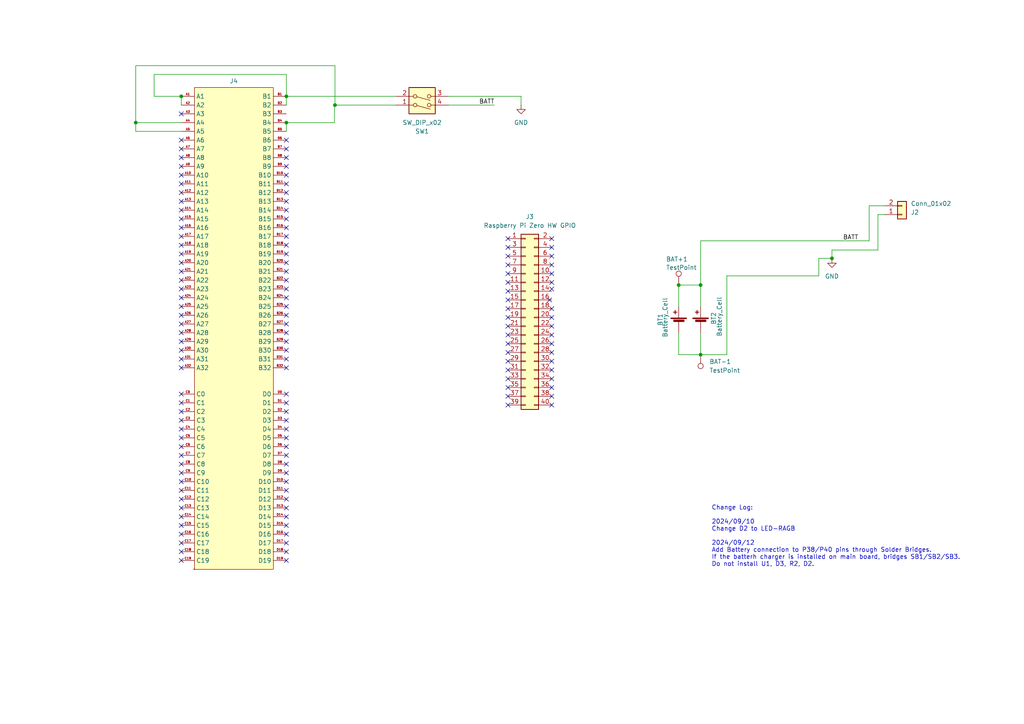
<source format=kicad_sch>
(kicad_sch (version 20231120) (generator "eeschema") (generator_version "8.0")
  (paper "A4")
  (lib_symbols
    (symbol "Connector:TestPoint" (pin_numbers hide) (pin_names (offset 0.762) hide)
      (property "Reference" "TP" (at 0 6.858 0))
      (property "Value" "TestPoint" (at 0 5.08 0))
      (symbol "TestPoint_0_1"
        (circle (center 0 3.302) (radius 0.762))
      )
      (symbol "TestPoint_1_1"
        (pin passive line (at 0 0 90) (length 2.54) (name "1") (number "1"))
      )
    )
    (symbol "Connector_Generic:Conn_01x02" (pin_names (offset 1.016) hide)
      (property "Reference" "J" (at 0 2.54 0))
      (property "Value" "Conn_01x02" (at 0 -5.08 0))
      (symbol "Conn_01x02_1_1"
        (rectangle (start -1.27 -2.413) (end 0 -2.667) (stroke (width 0.1524)))
        (rectangle (start -1.27 0.127) (end 0 -0.127) (stroke (width 0.1524)))
        (rectangle (start -1.27 1.27) (end 1.27 -3.81) (stroke (width 0.254)) (fill (type background)))
        (pin passive line (at -5.08 0 0) (length 3.81) (name "Pin_1") (number "1"))
        (pin passive line (at -5.08 -2.54 0) (length 3.81) (name "Pin_2") (number "2"))
      )
    )
    (symbol "Connector_Generic:Conn_02x20_Odd_Even" (pin_names (offset 1.016) hide)
      (property "Reference" "J" (at 1.27 25.4 0))
      (property "Value" "Conn_02x20_Odd_Even" (at 1.27 -27.94 0))
      (symbol "Conn_02x20_Odd_Even_1_1"
        (rectangle (start -1.27 -25.273) (end 0 -25.527) (stroke (width 0.1524)))
        (rectangle (start -1.27 -22.733) (end 0 -22.987) (stroke (width 0.1524)))
        (rectangle (start -1.27 -20.193) (end 0 -20.447) (stroke (width 0.1524)))
        (rectangle (start -1.27 -17.653) (end 0 -17.907) (stroke (width 0.1524)))
        (rectangle (start -1.27 -15.113) (end 0 -15.367) (stroke (width 0.1524)))
        (rectangle (start -1.27 -12.573) (end 0 -12.827) (stroke (width 0.1524)))
        (rectangle (start -1.27 -10.033) (end 0 -10.287) (stroke (width 0.1524)))
        (rectangle (start -1.27 -7.493) (end 0 -7.747) (stroke (width 0.1524)))
        (rectangle (start -1.27 -4.953) (end 0 -5.207) (stroke (width 0.1524)))
        (rectangle (start -1.27 -2.413) (end 0 -2.667) (stroke (width 0.1524)))
        (rectangle (start -1.27 0.127) (end 0 -0.127) (stroke (width 0.1524)))
        (rectangle (start -1.27 2.667) (end 0 2.413) (stroke (width 0.1524)))
        (rectangle (start -1.27 5.207) (end 0 4.953) (stroke (width 0.1524)))
        (rectangle (start -1.27 7.747) (end 0 7.493) (stroke (width 0.1524)))
        (rectangle (start -1.27 10.287) (end 0 10.033) (stroke (width 0.1524)))
        (rectangle (start -1.27 12.827) (end 0 12.573) (stroke (width 0.1524)))
        (rectangle (start -1.27 15.367) (end 0 15.113) (stroke (width 0.1524)))
        (rectangle (start -1.27 17.907) (end 0 17.653) (stroke (width 0.1524)))
        (rectangle (start -1.27 20.447) (end 0 20.193) (stroke (width 0.1524)))
        (rectangle (start -1.27 22.987) (end 0 22.733) (stroke (width 0.1524)))
        (rectangle (start -1.27 24.13) (end 3.81 -26.67) (stroke (width 0.254)) (fill (type background)))
        (rectangle (start 3.81 -25.273) (end 2.54 -25.527) (stroke (width 0.1524)))
        (rectangle (start 3.81 -22.733) (end 2.54 -22.987) (stroke (width 0.1524)))
        (rectangle (start 3.81 -20.193) (end 2.54 -20.447) (stroke (width 0.1524)))
        (rectangle (start 3.81 -17.653) (end 2.54 -17.907) (stroke (width 0.1524)))
        (rectangle (start 3.81 -15.113) (end 2.54 -15.367) (stroke (width 0.1524)))
        (rectangle (start 3.81 -12.573) (end 2.54 -12.827) (stroke (width 0.1524)))
        (rectangle (start 3.81 -10.033) (end 2.54 -10.287) (stroke (width 0.1524)))
        (rectangle (start 3.81 -7.493) (end 2.54 -7.747) (stroke (width 0.1524)))
        (rectangle (start 3.81 -4.953) (end 2.54 -5.207) (stroke (width 0.1524)))
        (rectangle (start 3.81 -2.413) (end 2.54 -2.667) (stroke (width 0.1524)))
        (rectangle (start 3.81 0.127) (end 2.54 -0.127) (stroke (width 0.1524)))
        (rectangle (start 3.81 2.667) (end 2.54 2.413) (stroke (width 0.1524)))
        (rectangle (start 3.81 5.207) (end 2.54 4.953) (stroke (width 0.1524)))
        (rectangle (start 3.81 7.747) (end 2.54 7.493) (stroke (width 0.1524)))
        (rectangle (start 3.81 10.287) (end 2.54 10.033) (stroke (width 0.1524)))
        (rectangle (start 3.81 12.827) (end 2.54 12.573) (stroke (width 0.1524)))
        (rectangle (start 3.81 15.367) (end 2.54 15.113) (stroke (width 0.1524)))
        (rectangle (start 3.81 17.907) (end 2.54 17.653) (stroke (width 0.1524)))
        (rectangle (start 3.81 20.447) (end 2.54 20.193) (stroke (width 0.1524)))
        (rectangle (start 3.81 22.987) (end 2.54 22.733) (stroke (width 0.1524)))
        (pin passive line (at -5.08 22.86 0) (length 3.81) (name "Pin_1") (number "1"))
        (pin passive line (at 7.62 12.7 180) (length 3.81) (name "Pin_10") (number "10"))
        (pin passive line (at -5.08 10.16 0) (length 3.81) (name "Pin_11") (number "11"))
        (pin passive line (at 7.62 10.16 180) (length 3.81) (name "Pin_12") (number "12"))
        (pin passive line (at -5.08 7.62 0) (length 3.81) (name "Pin_13") (number "13"))
        (pin passive line (at 7.62 7.62 180) (length 3.81) (name "Pin_14") (number "14"))
        (pin passive line (at -5.08 5.08 0) (length 3.81) (name "Pin_15") (number "15"))
        (pin passive line (at 7.62 5.08 180) (length 3.81) (name "Pin_16") (number "16"))
        (pin passive line (at -5.08 2.54 0) (length 3.81) (name "Pin_17") (number "17"))
        (pin passive line (at 7.62 2.54 180) (length 3.81) (name "Pin_18") (number "18"))
        (pin passive line (at -5.08 0 0) (length 3.81) (name "Pin_19") (number "19"))
        (pin passive line (at 7.62 22.86 180) (length 3.81) (name "Pin_2") (number "2"))
        (pin passive line (at 7.62 0 180) (length 3.81) (name "Pin_20") (number "20"))
        (pin passive line (at -5.08 -2.54 0) (length 3.81) (name "Pin_21") (number "21"))
        (pin passive line (at 7.62 -2.54 180) (length 3.81) (name "Pin_22") (number "22"))
        (pin passive line (at -5.08 -5.08 0) (length 3.81) (name "Pin_23") (number "23"))
        (pin passive line (at 7.62 -5.08 180) (length 3.81) (name "Pin_24") (number "24"))
        (pin passive line (at -5.08 -7.62 0) (length 3.81) (name "Pin_25") (number "25"))
        (pin passive line (at 7.62 -7.62 180) (length 3.81) (name "Pin_26") (number "26"))
        (pin passive line (at -5.08 -10.16 0) (length 3.81) (name "Pin_27") (number "27"))
        (pin passive line (at 7.62 -10.16 180) (length 3.81) (name "Pin_28") (number "28"))
        (pin passive line (at -5.08 -12.7 0) (length 3.81) (name "Pin_29") (number "29"))
        (pin passive line (at -5.08 20.32 0) (length 3.81) (name "Pin_3") (number "3"))
        (pin passive line (at 7.62 -12.7 180) (length 3.81) (name "Pin_30") (number "30"))
        (pin passive line (at -5.08 -15.24 0) (length 3.81) (name "Pin_31") (number "31"))
        (pin passive line (at 7.62 -15.24 180) (length 3.81) (name "Pin_32") (number "32"))
        (pin passive line (at -5.08 -17.78 0) (length 3.81) (name "Pin_33") (number "33"))
        (pin passive line (at 7.62 -17.78 180) (length 3.81) (name "Pin_34") (number "34"))
        (pin passive line (at -5.08 -20.32 0) (length 3.81) (name "Pin_35") (number "35"))
        (pin passive line (at 7.62 -20.32 180) (length 3.81) (name "Pin_36") (number "36"))
        (pin passive line (at -5.08 -22.86 0) (length 3.81) (name "Pin_37") (number "37"))
        (pin passive line (at 7.62 -22.86 180) (length 3.81) (name "Pin_38") (number "38"))
        (pin passive line (at -5.08 -25.4 0) (length 3.81) (name "Pin_39") (number "39"))
        (pin passive line (at 7.62 20.32 180) (length 3.81) (name "Pin_4") (number "4"))
        (pin passive line (at 7.62 -25.4 180) (length 3.81) (name "Pin_40") (number "40"))
        (pin passive line (at -5.08 17.78 0) (length 3.81) (name "Pin_5") (number "5"))
        (pin passive line (at 7.62 17.78 180) (length 3.81) (name "Pin_6") (number "6"))
        (pin passive line (at -5.08 15.24 0) (length 3.81) (name "Pin_7") (number "7"))
        (pin passive line (at 7.62 15.24 180) (length 3.81) (name "Pin_8") (number "8"))
        (pin passive line (at -5.08 12.7 0) (length 3.81) (name "Pin_9") (number "9"))
      )
    )
    (symbol "Device:Battery_Cell" (pin_numbers hide) (pin_names (offset 0) hide)
      (property "Reference" "BT" (at 2.54 2.54 0))
      (property "Value" "Battery_Cell" (at 2.54 0 0))
      (symbol "Battery_Cell_0_1"
        (rectangle (start -2.286 1.778) (end 2.286 1.524) (fill (type outline)))
        (rectangle (start -1.5748 1.1938) (end 1.4732 0.6858) (fill (type outline)))
        (polyline (pts (xy 0 0.762) (xy 0 0)))
        (polyline (pts (xy 0 1.778) (xy 0 2.54)))
        (polyline (pts (xy 0.508 3.429) (xy 1.524 3.429)) (stroke (width 0.254)))
        (polyline (pts (xy 1.016 3.937) (xy 1.016 2.921)) (stroke (width 0.254)))
      )
      (symbol "Battery_Cell_1_1"
        (pin passive line (at 0 5.08 270) (length 2.54) (name "+") (number "1"))
        (pin passive line (at 0 -2.54 90) (length 2.54) (name "-") (number "2"))
      )
    )
    (symbol "Switch:SW_DIP_x02" (pin_names (offset 0) hide)
      (property "Reference" "SW" (at 0 6.35 0))
      (property "Value" "SW_DIP_x02" (at 0 -3.81 0))
      (symbol "SW_DIP_x02_0_0"
        (circle (center -2.032 0) (radius 0.508))
        (circle (center -2.032 2.54) (radius 0.508))
        (polyline (pts (xy -1.524 0.127) (xy 2.3622 1.1684)))
        (polyline (pts (xy -1.524 2.667) (xy 2.3622 3.7084)))
        (circle (center 2.032 0) (radius 0.508))
        (circle (center 2.032 2.54) (radius 0.508))
      )
      (symbol "SW_DIP_x02_0_1"
        (rectangle (start -3.81 5.08) (end 3.81 -2.54) (stroke (width 0.254)) (fill (type background)))
      )
      (symbol "SW_DIP_x02_1_1"
        (pin passive line (at -7.62 2.54 0) (length 5.08) (name "~") (number "1"))
        (pin passive line (at -7.62 0 0) (length 5.08) (name "~") (number "2"))
        (pin passive line (at 7.62 0 180) (length 5.08) (name "~") (number "3"))
        (pin passive line (at 7.62 2.54 180) (length 5.08) (name "~") (number "4"))
      )
    )
    (symbol "VST104_symbols:PC104"
      (property "Reference" "J" (at 1.27 -1.27 0))
      (symbol "PC104_0_1"
        (rectangle (start 0 139.7) (end 22.86 0) (fill (type background)))
      )
      (symbol "PC104_1_1"
        (pin bidirectional line (at -3.81 137.16 0) (length 3.81) (name "A1") (number "A1"))
        (pin bidirectional line (at -3.81 114.3 0) (length 3.81) (name "A10") (number "A10"))
        (pin bidirectional line (at -3.81 111.76 0) (length 3.81) (name "A11") (number "A11"))
        (pin bidirectional line (at -3.81 109.22 0) (length 3.81) (name "A12") (number "A12"))
        (pin bidirectional line (at -3.81 106.68 0) (length 3.81) (name "A13") (number "A13"))
        (pin bidirectional line (at -3.81 104.14 0) (length 3.81) (name "A14") (number "A14"))
        (pin bidirectional line (at -3.81 101.6 0) (length 3.81) (name "A15") (number "A15"))
        (pin bidirectional line (at -3.81 99.06 0) (length 3.81) (name "A16") (number "A16"))
        (pin bidirectional line (at -3.81 96.52 0) (length 3.81) (name "A17") (number "A17"))
        (pin bidirectional line (at -3.81 93.98 0) (length 3.81) (name "A18") (number "A18"))
        (pin bidirectional line (at -3.81 91.44 0) (length 3.81) (name "A19") (number "A19"))
        (pin bidirectional line (at -3.81 134.62 0) (length 3.81) (name "A2") (number "A2"))
        (pin bidirectional line (at -3.81 88.9 0) (length 3.81) (name "A20") (number "A20"))
        (pin bidirectional line (at -3.81 86.36 0) (length 3.81) (name "A21") (number "A21"))
        (pin bidirectional line (at -3.81 83.82 0) (length 3.81) (name "A22") (number "A22"))
        (pin bidirectional line (at -3.81 81.28 0) (length 3.81) (name "A23") (number "A23"))
        (pin bidirectional line (at -3.81 78.74 0) (length 3.81) (name "A24") (number "A24"))
        (pin bidirectional line (at -3.81 76.2 0) (length 3.81) (name "A25") (number "A25"))
        (pin bidirectional line (at -3.81 73.66 0) (length 3.81) (name "A26") (number "A26"))
        (pin bidirectional line (at -3.81 71.12 0) (length 3.81) (name "A27") (number "A27"))
        (pin bidirectional line (at -3.81 68.58 0) (length 3.81) (name "A28") (number "A28"))
        (pin bidirectional line (at -3.81 66.04 0) (length 3.81) (name "A29") (number "A29"))
        (pin bidirectional line (at -3.81 132.08 0) (length 3.81) (name "A3") (number "A3"))
        (pin bidirectional line (at -3.81 63.5 0) (length 3.81) (name "A30") (number "A30"))
        (pin bidirectional line (at -3.81 60.96 0) (length 3.81) (name "A31") (number "A31"))
        (pin bidirectional line (at -3.81 58.42 0) (length 3.81) (name "A32") (number "A32"))
        (pin bidirectional line (at -3.81 129.54 0) (length 3.81) (name "A4") (number "A4"))
        (pin bidirectional line (at -3.81 127 0) (length 3.81) (name "A5") (number "A5"))
        (pin bidirectional line (at -3.81 124.46 0) (length 3.81) (name "A6") (number "A6"))
        (pin bidirectional line (at -3.81 121.92 0) (length 3.81) (name "A7") (number "A7"))
        (pin bidirectional line (at -3.81 119.38 0) (length 3.81) (name "A8") (number "A8"))
        (pin bidirectional line (at -3.81 116.84 0) (length 3.81) (name "A9") (number "A9"))
        (pin bidirectional line (at 26.67 137.16 180) (length 3.81) (name "B1") (number "B1"))
        (pin bidirectional line (at 26.67 114.3 180) (length 3.81) (name "B10") (number "B10"))
        (pin bidirectional line (at 26.67 111.76 180) (length 3.81) (name "B11") (number "B11"))
        (pin bidirectional line (at 26.67 109.22 180) (length 3.81) (name "B12") (number "B12"))
        (pin bidirectional line (at 26.67 106.68 180) (length 3.81) (name "B13") (number "B13"))
        (pin bidirectional line (at 26.67 104.14 180) (length 3.81) (name "B14") (number "B14"))
        (pin bidirectional line (at 26.67 101.6 180) (length 3.81) (name "B15") (number "B15"))
        (pin bidirectional line (at 26.67 99.06 180) (length 3.81) (name "B16") (number "B16"))
        (pin bidirectional line (at 26.67 96.52 180) (length 3.81) (name "B17") (number "B17"))
        (pin bidirectional line (at 26.67 93.98 180) (length 3.81) (name "B18") (number "B18"))
        (pin bidirectional line (at 26.67 91.44 180) (length 3.81) (name "B19") (number "B19"))
        (pin bidirectional line (at 26.67 134.62 180) (length 3.81) (name "B2") (number "B2"))
        (pin bidirectional line (at 26.67 88.9 180) (length 3.81) (name "B20") (number "B20"))
        (pin bidirectional line (at 26.67 86.36 180) (length 3.81) (name "B21") (number "B21"))
        (pin bidirectional line (at 26.67 83.82 180) (length 3.81) (name "B22") (number "B22"))
        (pin bidirectional line (at 26.67 81.28 180) (length 3.81) (name "B23") (number "B23"))
        (pin bidirectional line (at 26.67 78.74 180) (length 3.81) (name "B24") (number "B24"))
        (pin power_in line (at 26.67 76.2 180) (length 3.81) (name "B25") (number "B25"))
        (pin power_in line (at 26.67 73.66 180) (length 3.81) (name "B26") (number "B26"))
        (pin power_in line (at 26.67 71.12 180) (length 3.81) (name "B27") (number "B27"))
        (pin power_in line (at 26.67 68.58 180) (length 3.81) (name "B28") (number "B28"))
        (pin power_in line (at 26.67 66.04 180) (length 3.81) (name "B29") (number "B29"))
        (pin bidirectional line (at 26.67 132.08 180) (length 3.81) (name "B3") (number "B3"))
        (pin power_in line (at 26.67 63.5 180) (length 3.81) (name "B30") (number "B30"))
        (pin power_in line (at 26.67 60.96 180) (length 3.81) (name "B31") (number "B31"))
        (pin power_in line (at 26.67 58.42 180) (length 3.81) (name "B32") (number "B32"))
        (pin bidirectional line (at 26.67 129.54 180) (length 3.81) (name "B4") (number "B4"))
        (pin bidirectional line (at 26.67 127 180) (length 3.81) (name "B5") (number "B5"))
        (pin bidirectional line (at 26.67 124.46 180) (length 3.81) (name "B6") (number "B6"))
        (pin bidirectional line (at 26.67 121.92 180) (length 3.81) (name "B7") (number "B7"))
        (pin bidirectional line (at 26.67 119.38 180) (length 3.81) (name "B8") (number "B8"))
        (pin bidirectional line (at 26.67 116.84 180) (length 3.81) (name "B9") (number "B9"))
        (pin bidirectional line (at -3.81 50.8 0) (length 3.81) (name "C0") (number "C0"))
        (pin bidirectional line (at -3.81 48.26 0) (length 3.81) (name "C1") (number "C1"))
        (pin bidirectional line (at -3.81 25.4 0) (length 3.81) (name "C10") (number "C10"))
        (pin bidirectional line (at -3.81 22.86 0) (length 3.81) (name "C11") (number "C11"))
        (pin bidirectional line (at -3.81 20.32 0) (length 3.81) (name "C12") (number "C12"))
        (pin bidirectional line (at -3.81 17.78 0) (length 3.81) (name "C13") (number "C13"))
        (pin bidirectional line (at -3.81 15.24 0) (length 3.81) (name "C14") (number "C14"))
        (pin bidirectional line (at -3.81 12.7 0) (length 3.81) (name "C15") (number "C15"))
        (pin bidirectional line (at -3.81 10.16 0) (length 3.81) (name "C16") (number "C16"))
        (pin bidirectional line (at -3.81 7.62 0) (length 3.81) (name "C17") (number "C17"))
        (pin bidirectional line (at -3.81 5.08 0) (length 3.81) (name "C18") (number "C18"))
        (pin bidirectional line (at -3.81 2.54 0) (length 3.81) (name "C19") (number "C19"))
        (pin bidirectional line (at -3.81 45.72 0) (length 3.81) (name "C2") (number "C2"))
        (pin bidirectional line (at -3.81 43.18 0) (length 3.81) (name "C3") (number "C3"))
        (pin bidirectional line (at -3.81 40.64 0) (length 3.81) (name "C4") (number "C4"))
        (pin bidirectional line (at -3.81 38.1 0) (length 3.81) (name "C5") (number "C5"))
        (pin bidirectional line (at -3.81 35.56 0) (length 3.81) (name "C6") (number "C6"))
        (pin bidirectional line (at -3.81 33.02 0) (length 3.81) (name "C7") (number "C7"))
        (pin bidirectional line (at -3.81 30.48 0) (length 3.81) (name "C8") (number "C8"))
        (pin bidirectional line (at -3.81 27.94 0) (length 3.81) (name "C9") (number "C9"))
        (pin bidirectional line (at 26.67 50.8 180) (length 3.81) (name "D0") (number "D0"))
        (pin bidirectional line (at 26.67 48.26 180) (length 3.81) (name "D1") (number "D1"))
        (pin bidirectional line (at 26.67 25.4 180) (length 3.81) (name "D10") (number "D10"))
        (pin bidirectional line (at 26.67 22.86 180) (length 3.81) (name "D11") (number "D11"))
        (pin bidirectional line (at 26.67 20.32 180) (length 3.81) (name "D12") (number "D12"))
        (pin bidirectional line (at 26.67 17.78 180) (length 3.81) (name "D13") (number "D13"))
        (pin bidirectional line (at 26.67 15.24 180) (length 3.81) (name "D14") (number "D14"))
        (pin bidirectional line (at 26.67 12.7 180) (length 3.81) (name "D15") (number "D15"))
        (pin bidirectional line (at 26.67 10.16 180) (length 3.81) (name "D16") (number "D16"))
        (pin bidirectional line (at 26.67 7.62 180) (length 3.81) (name "D17") (number "D17"))
        (pin bidirectional line (at 26.67 5.08 180) (length 3.81) (name "D18") (number "D18"))
        (pin bidirectional line (at 26.67 2.54 180) (length 3.81) (name "D19") (number "D19"))
        (pin bidirectional line (at 26.67 45.72 180) (length 3.81) (name "D2") (number "D2"))
        (pin bidirectional line (at 26.67 43.18 180) (length 3.81) (name "D3") (number "D3"))
        (pin bidirectional line (at 26.67 40.64 180) (length 3.81) (name "D4") (number "D4"))
        (pin bidirectional line (at 26.67 38.1 180) (length 3.81) (name "D5") (number "D5"))
        (pin bidirectional line (at 26.67 35.56 180) (length 3.81) (name "D6") (number "D6"))
        (pin bidirectional line (at 26.67 33.02 180) (length 3.81) (name "D7") (number "D7"))
        (pin bidirectional line (at 26.67 30.48 180) (length 3.81) (name "D8") (number "D8"))
        (pin bidirectional line (at 26.67 27.94 180) (length 3.81) (name "D9") (number "D9"))
      )
    )
    (symbol "power:GND" (power) (pin_names (offset 0))
      (property "Value" "GND" (at 0 -3.81 0))
      (symbol "GND_0_1"
        (polyline (pts (xy 0 0) (xy 0 -1.27) (xy 1.27 -1.27) (xy 0 -2.54) (xy -1.27 -1.27) (xy 0 -1.27)))
      )
      (symbol "GND_1_1"
        (pin power_in line (at 0 0 270) (length 0) hide (name "GND") (number "1"))
      )
    )
  )
  (junction (at 203.2 82.677))
  (junction (at 241.3 74.93))
  (junction (at 52.578 27.94))
  (junction (at 39.37 35.56))
  (junction (at 83.058 27.94))
  (junction (at 83.058 35.56))
  (junction (at 97.155 30.48))
  (junction (at 203.2 102.87))
  (junction (at 196.85 82.677))
  (no_connect (at 147.32 94.615))
  (no_connect (at 147.32 104.775))
  (no_connect (at 147.32 76.835))
  (no_connect (at 52.578 76.2))
  (no_connect (at 83.058 134.62))
  (no_connect (at 147.32 102.235))
  (no_connect (at 160.02 74.295))
  (no_connect (at 159.385 86.995))
  (no_connect (at 160.02 112.395))
  (no_connect (at 52.578 106.68))
  (no_connect (at 147.32 81.915))
  (no_connect (at 83.058 129.54))
  (no_connect (at 52.578 144.78))
  (no_connect (at 83.058 88.9))
  (no_connect (at 52.578 96.52))
  (no_connect (at 160.02 92.075))
  (no_connect (at 52.578 45.72))
  (no_connect (at 52.578 88.9))
  (no_connect (at 52.578 134.62))
  (no_connect (at 147.32 99.695))
  (no_connect (at 83.058 147.32))
  (no_connect (at 160.02 71.755))
  (no_connect (at 83.058 101.6))
  (no_connect (at 52.578 53.34))
  (no_connect (at 83.058 45.72))
  (no_connect (at 83.058 144.78))
  (no_connect (at 160.02 107.315))
  (no_connect (at 147.32 97.155))
  (no_connect (at 52.578 71.12))
  (no_connect (at 83.058 142.24))
  (no_connect (at 52.578 68.58))
  (no_connect (at 160.02 97.155))
  (no_connect (at 52.578 137.16))
  (no_connect (at 52.578 154.94))
  (no_connect (at 160.02 117.475))
  (no_connect (at 83.058 116.84))
  (no_connect (at 83.058 119.38))
  (no_connect (at 52.578 81.28))
  (no_connect (at 83.058 152.4))
  (no_connect (at 83.058 124.46))
  (no_connect (at 147.32 69.215))
  (no_connect (at 83.058 55.88))
  (no_connect (at 147.32 79.375))
  (no_connect (at 83.058 93.98))
  (no_connect (at 52.578 55.88))
  (no_connect (at 83.058 68.58))
  (no_connect (at 52.578 73.66))
  (no_connect (at 160.02 94.615))
  (no_connect (at 83.058 40.64))
  (no_connect (at 52.578 78.74))
  (no_connect (at 83.058 81.28))
  (no_connect (at 83.058 78.74))
  (no_connect (at 160.02 102.235))
  (no_connect (at 52.578 99.06))
  (no_connect (at 147.32 112.395))
  (no_connect (at 52.578 83.82))
  (no_connect (at 52.578 63.5))
  (no_connect (at 160.02 76.835))
  (no_connect (at 147.32 84.455))
  (no_connect (at 52.578 124.46))
  (no_connect (at 83.058 127))
  (no_connect (at 52.578 60.96))
  (no_connect (at 83.058 162.56))
  (no_connect (at 83.058 63.5))
  (no_connect (at 52.578 142.24))
  (no_connect (at 83.058 60.96))
  (no_connect (at 52.578 86.36))
  (no_connect (at 83.058 43.18))
  (no_connect (at 52.578 58.42))
  (no_connect (at 83.058 137.16))
  (no_connect (at 83.058 106.68))
  (no_connect (at 52.578 50.8))
  (no_connect (at 52.578 132.08))
  (no_connect (at 83.058 71.12))
  (no_connect (at 52.578 147.32))
  (no_connect (at 83.058 50.8))
  (no_connect (at 52.578 116.84))
  (no_connect (at 52.578 152.4))
  (no_connect (at 83.058 48.26))
  (no_connect (at 83.058 154.94))
  (no_connect (at 83.058 66.04))
  (no_connect (at 52.578 129.54))
  (no_connect (at 147.32 86.995))
  (no_connect (at 52.578 121.92))
  (no_connect (at 83.058 139.7))
  (no_connect (at 83.058 99.06))
  (no_connect (at 52.578 119.38))
  (no_connect (at 83.058 53.34))
  (no_connect (at 83.058 76.2))
  (no_connect (at 52.578 162.56))
  (no_connect (at 83.058 96.52))
  (no_connect (at 52.578 149.86))
  (no_connect (at 147.32 117.475))
  (no_connect (at 52.578 40.64))
  (no_connect (at 52.578 127))
  (no_connect (at 83.058 157.48))
  (no_connect (at 52.578 66.04))
  (no_connect (at 147.32 74.295))
  (no_connect (at 160.02 109.855))
  (no_connect (at 160.02 104.775))
  (no_connect (at 83.058 58.42))
  (no_connect (at 147.32 109.855))
  (no_connect (at 147.32 89.535))
  (no_connect (at 83.058 104.14))
  (no_connect (at 52.578 48.26))
  (no_connect (at 52.578 101.6))
  (no_connect (at 160.02 83.82))
  (no_connect (at 52.578 33.02))
  (no_connect (at 147.32 107.315))
  (no_connect (at 83.058 160.02))
  (no_connect (at 83.058 132.08))
  (no_connect (at 83.058 73.66))
  (no_connect (at 83.058 83.82))
  (no_connect (at 160.02 89.535))
  (no_connect (at 83.058 149.86))
  (no_connect (at 160.02 69.215))
  (no_connect (at 52.578 160.02))
  (no_connect (at 83.058 86.36))
  (no_connect (at 83.058 114.3))
  (no_connect (at 52.578 91.44))
  (no_connect (at 160.02 99.695))
  (no_connect (at 83.058 91.44))
  (no_connect (at 52.578 139.7))
  (no_connect (at 147.32 114.935))
  (no_connect (at 52.578 43.18))
  (no_connect (at 160.02 114.935))
  (no_connect (at 147.32 71.755))
  (no_connect (at 52.578 104.14))
  (no_connect (at 83.058 121.92))
  (no_connect (at 52.578 114.3))
  (no_connect (at 147.32 92.075))
  (no_connect (at 52.578 93.98))
  (no_connect (at 160.02 81.915))
  (no_connect (at 160.02 79.375))
  (no_connect (at 52.578 157.48))
  (wire (pts (xy 256.54 59.69) (xy 252.095 59.69)))
  (wire (pts (xy 203.2 69.85) (xy 252.095 69.85)))
  (wire (pts (xy 44.704 27.94) (xy 52.578 27.94)))
  (wire (pts (xy 203.2 82.677) (xy 196.85 82.677)))
  (wire (pts (xy 83.058 35.56) (xy 97.028 35.56)))
  (wire (pts (xy 237.49 80.01) (xy 237.49 74.93)))
  (wire (pts (xy 52.578 27.94) (xy 52.578 30.48)))
  (wire (pts (xy 97.028 30.48) (xy 97.155 30.48)))
  (wire (pts (xy 39.37 19.05) (xy 97.155 19.05)))
  (wire (pts (xy 203.2 69.85) (xy 203.2 82.677)))
  (wire (pts (xy 83.058 27.94) (xy 114.808 27.94)))
  (wire (pts (xy 252.095 59.69) (xy 252.095 69.85)))
  (wire (pts (xy 210.82 102.87) (xy 210.82 80.01)))
  (wire (pts (xy 83.058 27.94) (xy 83.058 21.59)))
  (wire (pts (xy 196.85 82.677) (xy 196.85 88.9)))
  (wire (pts (xy 241.3 72.517) (xy 254.635 72.517)))
  (wire (pts (xy 130.048 30.48) (xy 143.383 30.48)))
  (wire (pts (xy 44.704 27.94) (xy 44.704 21.59)))
  (wire (pts (xy 241.3 74.93) (xy 241.3 75.057)))
  (wire (pts (xy 39.37 35.56) (xy 52.578 35.56)))
  (wire (pts (xy 256.54 62.23) (xy 254.635 62.23)))
  (wire (pts (xy 151.13 30.48) (xy 151.13 27.94)))
  (wire (pts (xy 241.3 72.517) (xy 241.3 74.93)))
  (wire (pts (xy 196.85 102.87) (xy 203.2 102.87)))
  (wire (pts (xy 130.048 27.94) (xy 151.13 27.94)))
  (wire (pts (xy 52.578 38.1) (xy 39.37 38.1)))
  (wire (pts (xy 196.85 96.52) (xy 196.85 102.87)))
  (wire (pts (xy 39.37 38.1) (xy 39.37 35.56)))
  (wire (pts (xy 114.808 30.48) (xy 97.155 30.48)))
  (wire (pts (xy 39.37 19.05) (xy 39.37 35.56)))
  (wire (pts (xy 97.155 19.05) (xy 97.155 30.48)))
  (wire (pts (xy 97.028 30.48) (xy 97.028 35.56)))
  (wire (pts (xy 203.2 82.677) (xy 203.2 88.9)))
  (wire (pts (xy 210.82 80.01) (xy 237.49 80.01)))
  (wire (pts (xy 254.635 62.23) (xy 254.635 72.517)))
  (wire (pts (xy 203.2 96.52) (xy 203.2 102.87)))
  (wire (pts (xy 44.704 21.59) (xy 83.058 21.59)))
  (wire (pts (xy 237.49 74.93) (xy 241.3 74.93)))
  (wire (pts (xy 203.2 102.87) (xy 210.82 102.87)))
  (wire (pts (xy 83.058 35.56) (xy 83.058 38.1)))
  (wire (pts (xy 83.058 27.94) (xy 83.058 30.48)))
  (text "Change Log:\n\n2024/09/10\nChange D2 to LED-RAGB\n\n2024/09/12\nAdd Battery connection to P38/P40 pins through Solder Bridges.\nIf the batterh charger is installed on main board, bridges SB1/SB2/SB3.\nDo not install U1, D3, R2, D2." (at 206.375 164.465 0) (effects (font (size 1.27 1.27)) (justify left bottom)))
  (label "BATT" (at 244.475 69.85 0))
  (label "BATT" (at 138.938 30.48 0))
  (symbol (lib_id "Connector:TestPoint") (at 196.85 82.677 0) (unit 1)
    (property "Reference" "BAT+1" (at 193.167 75.184 0) (effects (justify left)))
    (property "Value" "TestPoint" (at 193.167 77.597 0) (effects (justify left)))
    (property "Footprint" "TestPoint:TestPoint_THTPad_2.0x2.0mm_Drill1.0mm" (effects (hide yes)))
  )
  (symbol (lib_id "Connector_Generic:Conn_01x02") (at 261.62 62.23 0) (mirror x) (unit 1)
    (property "Reference" "J2" (at 264.16 61.595 0) (effects (justify left)))
    (property "Value" "Conn_01x02" (at 264.16 59.055 0) (effects (justify left)))
    (property "Footprint" "Connector_JST:JST_PH_B2B-PH-K_1x02_P2.00mm_Vertical" (effects (hide yes)))
  )
  (symbol (lib_id "Connector:TestPoint") (at 203.2 102.87 180) (unit 1)
    (property "Reference" "BAT-1" (at 205.74 104.9019 0) (effects (justify right)))
    (property "Value" "TestPoint" (at 205.74 107.4419 0) (effects (justify right)))
    (property "Footprint" "TestPoint:TestPoint_THTPad_2.0x2.0mm_Drill1.0mm" (effects (hide yes)))
  )
  (symbol (lib_id "Switch:SW_DIP_x02") (at 122.428 27.94 0) (mirror x) (unit 1)
    (property "Reference" "SW1" (at 122.428 38.1 0))
    (property "Value" "SW_DIP_x02" (at 122.428 35.56 0))
    (property "Footprint" "Button_Switch_THT:SW_DIP_SPSTx02_Piano_10.8x6.64mm_W7.62mm_P2.54mm" (effects (hide yes)))
    (property "Description" "2x DIP Switch, Single Pole Single Throw (SPST) switch, small symbol" (effects (hide yes)))
  )
  (symbol (lib_id "VST104_symbols:PC104") (at 56.388 165.1 0) (unit 1)
    (property "Reference" "J4" (at 67.818 23.495 0))
    (property "Value" "~" (at 56.388 165.1 0))
    (property "Footprint" "VST104_footprints:CubeSat_PC104_16bit_footprint_Edge.Cut" (effects (hide yes)))
  )
  (symbol (lib_id "power:GND") (at 151.13 30.48 0) (unit 1)
    (property "Reference" "#PWR03" (effects (hide yes)))
    (property "Value" "GND" (at 151.13 35.56 0))
  )
  (symbol (lib_id "Device:Battery_Cell") (at 196.85 93.98 0) (mirror y) (unit 1)
    (property "Reference" "BT1" (at 191.516 92.71 90))
    (property "Value" "Battery_Cell" (at 192.913 92.075 90))
    (property "Footprint" "Battery:BatteryHolder_MPD_BH-18650-PC2" (effects (hide yes)))
  )
  (symbol (lib_id "Connector_Generic:Conn_02x20_Odd_Even") (at 152.4 92.075 0) (unit 1)
    (property "Reference" "J3" (at 153.67 62.865 0))
    (property "Value" "Raspberry Pi Zero HW GPIO" (at 153.67 65.405 0))
    (property "Footprint" "Connector_PinSocket_2.54mm:PinSocket_2x20_P2.54mm_Vertical" (effects (hide yes)))
  )
  (symbol (lib_id "power:GND") (at 241.3 75.057 0) (unit 1)
    (property "Reference" "#PWR0101" (effects (hide yes)))
    (property "Value" "GND" (at 241.3 80.137 0))
  )
  (symbol (lib_id "Device:Battery_Cell") (at 203.2 93.98 0) (mirror y) (unit 1)
    (property "Reference" "BT2" (at 207.01 92.329 90))
    (property "Value" "Battery_Cell" (at 208.661 91.821 90))
    (property "Footprint" "Battery:BatteryHolder_MPD_BH-18650-PC2" (effects (hide yes)))
  )
)
</source>
